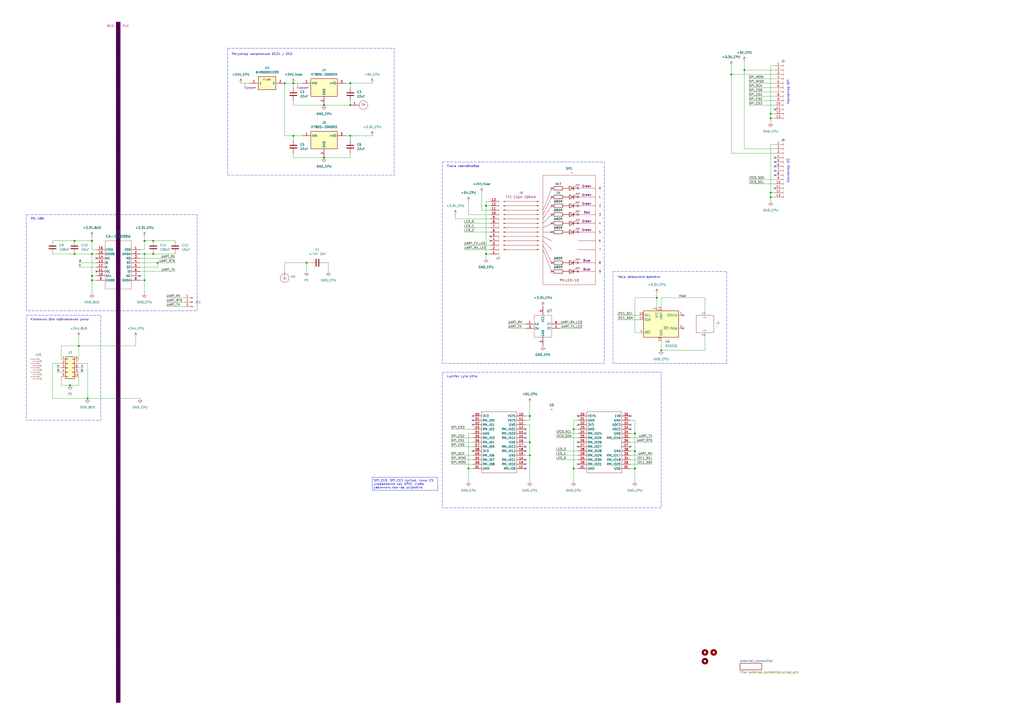
<source format=kicad_sch>
(kicad_sch (version 20250114) (generator "eeschema") (generator_version "9.0")
  (paper "A2")
  (title_block (title "${article} v${version}"))
  (rectangle (start 256.54 215.9) (end 383.54 294.64) (stroke (width 0) (type dash)))
  (rectangle (start 15.24 124.46) (end 114.3 180.34) (stroke (width 0) (type dash)))
  (rectangle (start 67.31 12.7) (end 69.85 407.67) (stroke (width 0) (type dot) (color 72 0 72 1)) (fill (type color) (color 72 0 72 1)))
  (rectangle (start 355.6 157.48) (end 421.64 210.82) (stroke (width 0) (type dash)))
  (rectangle (start 256.54 93.98) (end 350.52 210.82) (stroke (width 0) (type dash)))
  (rectangle (start 15.24 182.88) (end 58.42 243.84) (stroke (width 0) (type dash)))
  (rectangle (start 132.08 27.94) (end 228.6 101.6) (stroke (width 0) (type dash)))
  (text "BUS" (at 66.04 15.24 0) (effects (font (size 1.27 1.27)) (justify right)))
  (text "Клеммник для подключения шины" (at 17.78 185.42 0) (effects (font (size 1.27 1.27)) (justify left)))
  (text "RS-485" (at 17.78 127 0) (effects (font (size 1.27 1.27)) (justify left)))
  (text "Luckfox Lyra Ultra" (at 259.08 218.44 0) (effects (font (size 1.27 1.27)) (justify left)))
  (text "PLC" (at 71.12 15.24 0) (effects (font (size 1.27 1.27)) (justify left)))
  (text "Коннектор SPI" (at 457.2 53.34 90) (effects (font (size 1.27 1.27))))
  (text "Часы реального времени" (at 358.14 160.02 0) (effects (font (size 1.27 1.27)) (justify left top)))
  (text "Коннектор I2C" (at 457.2 99.06 90) (effects (font (size 1.27 1.27))))
  (text "Регулятор напряжения DC24 / DC5" (at 134.366 31.496 0) (effects (font (size 1.27 1.27)) (justify left)))
  (text "Плата светодиодов" (at 259.08 96.52 0) (effects (font (size 1.27 1.27)) (justify left)))
  (text_box "SPI_CE0, SPI_CE1 пустые, пины CS управляются как GPIO, чтобы увеличить кол-во устройств" (at 215.9 276.86 0) (size 38.1 7.62) (margins 0.9525 0.9525 0.9525 0.9525) (effects (font (size 1.27 1.27)) (justify left)))
  (junction (at 447.04 111.76))
  (junction (at 170.18 48.26))
  (junction (at 53.34 160.02))
  (junction (at 83.82 139.7))
  (junction (at 281.94 119.38))
  (junction (at 447.04 66.04))
  (junction (at 43.18 139.7))
  (junction (at 177.8 152.4))
  (junction (at 281.94 147.32))
  (junction (at 368.3 251.46))
  (junction (at 83.82 147.32))
  (junction (at 332.74 271.78))
  (junction (at 368.3 261.62))
  (junction (at 271.78 271.78))
  (junction (at 45.72 200.66))
  (junction (at 83.82 162.56))
  (junction (at 187.96 60.96))
  (junction (at 53.34 139.7))
  (junction (at 307.34 264.16))
  (junction (at 53.34 147.32))
  (junction (at 165.1 48.26))
  (junction (at 50.8 231.14))
  (junction (at 53.34 162.56))
  (junction (at 307.34 256.54))
  (junction (at 431.8 40.64))
  (junction (at 203.2 60.96))
  (junction (at 187.96 91.44))
  (junction (at 368.3 271.78))
  (junction (at 332.74 248.92))
  (junction (at 40.64 223.52))
  (junction (at 91.44 152.4))
  (junction (at 43.18 147.32))
  (junction (at 307.34 241.3))
  (junction (at 88.9 139.7))
  (junction (at 88.9 147.32))
  (junction (at 447.04 114.3))
  (junction (at 383.54 203.2))
  (junction (at 447.04 68.58))
  (junction (at 203.2 48.26))
  (junction (at 381 172.72))
  (junction (at 424.18 43.18))
  (junction (at 170.18 78.74))
  (junction (at 203.2 78.74))
  (no_connect (at 55.88 157.48))
  (no_connect (at 449.58 99.06))
  (no_connect (at 320.04 119.38))
  (no_connect (at 365.76 241.3))
  (no_connect (at 335.28 119.38))
  (no_connect (at 449.58 63.5))
  (no_connect (at 304.8 254))
  (no_connect (at 335.28 109.22))
  (no_connect (at 335.28 124.46))
  (no_connect (at 449.58 101.6))
  (no_connect (at 335.28 259.08))
  (no_connect (at 449.58 91.44))
  (no_connect (at 320.04 157.48))
  (no_connect (at 320.04 152.4))
  (no_connect (at 335.28 129.54))
  (no_connect (at 449.58 93.98))
  (no_connect (at 335.28 269.24))
  (no_connect (at 304.8 269.24))
  (no_connect (at 320.04 129.54))
  (no_connect (at 365.76 246.38))
  (no_connect (at 335.28 134.62))
  (no_connect (at 81.28 160.02))
  (no_connect (at 335.28 114.3))
  (no_connect (at 274.32 241.3))
  (no_connect (at 304.8 248.92))
  (no_connect (at 304.8 259.08))
  (no_connect (at 335.28 256.54))
  (no_connect (at 365.76 248.92))
  (no_connect (at 304.8 266.7))
  (no_connect (at 449.58 109.22))
  (no_connect (at 55.88 149.86))
  (no_connect (at 335.28 152.4))
  (no_connect (at 335.28 157.48))
  (no_connect (at 304.8 261.62))
  (no_connect (at 449.58 96.52))
  (no_connect (at 274.32 243.84))
  (no_connect (at 284.48 137.16))
  (no_connect (at 304.8 251.46))
  (no_connect (at 304.8 271.78))
  (no_connect (at 284.48 139.7))
  (no_connect (at 320.04 124.46))
  (no_connect (at 335.28 241.3))
  (no_connect (at 365.76 259.08))
  (no_connect (at 274.32 246.38))
  (no_connect (at 335.28 246.38))
  (no_connect (at 320.04 114.3))
  (no_connect (at 320.04 134.62))
  (no_connect (at 396.24 190.5))
  (no_connect (at 274.32 261.62))
  (no_connect (at 320.04 109.22))
  (no_connect (at 396.24 182.88))
  (wire (pts (xy 53.34 147.32) (xy 53.34 160.02)))
  (wire (pts (xy 45.72 215.9) (xy 48.26 215.9)))
  (wire (pts (xy 279.4 121.92) (xy 284.48 121.92)))
  (wire (pts (xy 447.04 71.12) (xy 447.04 68.58)))
  (wire (pts (xy 88.9 147.32) (xy 101.6 147.32)))
  (wire (pts (xy 261.62 248.92) (xy 274.32 248.92)))
  (wire (pts (xy 365.76 264.16) (xy 378.46 264.16)))
  (wire (pts (xy 449.58 114.3) (xy 447.04 114.3)))
  (wire (pts (xy 261.62 264.16) (xy 274.32 264.16)))
  (wire (pts (xy 368.3 172.72) (xy 381 172.72)))
  (wire (pts (xy 170.18 78.74) (xy 170.18 81.28)))
  (wire (pts (xy 35.56 208.28) (xy 35.56 200.66)))
  (wire (pts (xy 91.44 152.4) (xy 91.44 154.94)))
  (wire (pts (xy 365.76 254) (xy 378.46 254)))
  (wire (pts (xy 96.52 175.26) (xy 106.68 175.26)))
  (wire (pts (xy 424.18 43.18) (xy 449.58 43.18)))
  (wire (pts (xy 383.54 198.12) (xy 383.54 203.2)))
  (wire (pts (xy 190.5 157.48) (xy 190.5 152.4)))
  (wire (pts (xy 383.54 177.8) (xy 383.54 172.72)))
  (wire (pts (xy 203.2 78.74) (xy 215.9 78.74)))
  (wire (pts (xy 177.8 152.4) (xy 180.34 152.4)))
  (wire (pts (xy 434.34 106.68) (xy 449.58 106.68)))
  (wire (pts (xy 269.24 142.24) (xy 284.48 142.24)))
  (wire (pts (xy 332.74 271.78) (xy 332.74 279.4)))
  (wire (pts (xy 358.14 185.42) (xy 370.84 185.42)))
  (wire (pts (xy 40.64 223.52) (xy 45.72 223.52)))
  (wire (pts (xy 30.48 139.7) (xy 43.18 139.7)))
  (wire (pts (xy 368.3 243.84) (xy 368.3 251.46)))
  (wire (pts (xy 365.76 251.46) (xy 368.3 251.46)))
  (wire (pts (xy 408.94 172.72) (xy 408.94 180.34)))
  (wire (pts (xy 304.8 241.3) (xy 307.34 241.3)))
  (wire (pts (xy 78.74 195.58) (xy 78.74 200.66)))
  (wire (pts (xy 53.34 139.7) (xy 53.34 144.78)))
  (wire (pts (xy 35.56 223.52) (xy 40.64 223.52)))
  (wire (pts (xy 81.28 149.86) (xy 101.6 149.86)))
  (wire (pts (xy 434.34 45.72) (xy 449.58 45.72)))
  (wire (pts (xy 45.72 195.58) (xy 45.72 200.66)))
  (wire (pts (xy 50.8 210.82) (xy 50.8 231.14)))
  (wire (pts (xy 35.56 210.82) (xy 30.48 210.82)))
  (wire (pts (xy 81.28 154.94) (xy 91.44 154.94)))
  (wire (pts (xy 434.34 58.42) (xy 449.58 58.42)))
  (wire (pts (xy 55.88 147.32) (xy 53.34 147.32)))
  (wire (pts (xy 274.32 271.78) (xy 271.78 271.78)))
  (wire (pts (xy 81.28 147.32) (xy 83.82 147.32)))
  (wire (pts (xy 307.34 256.54) (xy 307.34 264.16)))
  (wire (pts (xy 45.72 152.4) (xy 55.88 152.4)))
  (wire (pts (xy 33.02 215.9) (xy 35.56 215.9)))
  (wire (pts (xy 449.58 88.9) (xy 424.18 88.9)))
  (wire (pts (xy 30.48 210.82) (xy 30.48 231.14)))
  (wire (pts (xy 335.28 271.78) (xy 332.74 271.78)))
  (wire (pts (xy 269.24 132.08) (xy 284.48 132.08)))
  (wire (pts (xy 30.48 231.14) (xy 50.8 231.14)))
  (wire (pts (xy 322.58 261.62) (xy 335.28 261.62)))
  (wire (pts (xy 170.18 60.96) (xy 187.96 60.96)))
  (wire (pts (xy 203.2 48.26) (xy 203.2 50.8)))
  (wire (pts (xy 294.64 187.96) (xy 304.8 187.96)))
  (wire (pts (xy 271.78 116.84) (xy 271.78 124.46)))
  (wire (pts (xy 281.94 119.38) (xy 281.94 147.32)))
  (wire (pts (xy 170.18 48.26) (xy 175.26 48.26)))
  (wire (pts (xy 434.34 50.8) (xy 449.58 50.8)))
  (wire (pts (xy 203.2 58.42) (xy 203.2 60.96)))
  (wire (pts (xy 447.04 68.58) (xy 447.04 66.04)))
  (wire (pts (xy 281.94 119.38) (xy 284.48 119.38)))
  (wire (pts (xy 424.18 43.18) (xy 424.18 38.1)))
  (wire (pts (xy 368.3 271.78) (xy 365.76 271.78)))
  (wire (pts (xy 281.94 116.84) (xy 281.94 119.38)))
  (wire (pts (xy 81.28 152.4) (xy 91.44 152.4)))
  (wire (pts (xy 203.2 88.9) (xy 203.2 91.44)))
  (wire (pts (xy 335.28 243.84) (xy 332.74 243.84)))
  (wire (pts (xy 170.18 78.74) (xy 165.1 78.74)))
  (wire (pts (xy 50.8 231.14) (xy 81.28 231.14)))
  (wire (pts (xy 139.7 48.26) (xy 144.78 48.26)))
  (wire (pts (xy 332.74 248.92) (xy 332.74 271.78)))
  (wire (pts (xy 368.3 261.62) (xy 368.3 271.78)))
  (wire (pts (xy 431.8 40.64) (xy 449.58 40.64)))
  (wire (pts (xy 261.62 266.7) (xy 274.32 266.7)))
  (wire (pts (xy 170.18 60.96) (xy 170.18 58.42)))
  (wire (pts (xy 447.04 38.1) (xy 447.04 66.04)))
  (wire (pts (xy 337.82 187.96) (xy 325.12 187.96)))
  (wire (pts (xy 43.18 139.7) (xy 53.34 139.7)))
  (wire (pts (xy 322.58 251.46) (xy 335.28 251.46)))
  (wire (pts (xy 304.8 246.38) (xy 307.34 246.38)))
  (wire (pts (xy 187.96 60.96) (xy 203.2 60.96)))
  (wire (pts (xy 83.82 137.16) (xy 83.82 139.7)))
  (wire (pts (xy 365.76 269.24) (xy 378.46 269.24)))
  (wire (pts (xy 304.8 264.16) (xy 307.34 264.16)))
  (wire (pts (xy 261.62 269.24) (xy 274.32 269.24)))
  (wire (pts (xy 381 170.18) (xy 381 172.72)))
  (wire (pts (xy 368.3 193.04) (xy 370.84 193.04)))
  (wire (pts (xy 383.54 172.72) (xy 408.94 172.72)))
  (wire (pts (xy 381 172.72) (xy 381 177.8)))
  (wire (pts (xy 335.28 248.92) (xy 332.74 248.92)))
  (wire (pts (xy 281.94 147.32) (xy 284.48 147.32)))
  (wire (pts (xy 175.26 78.74) (xy 170.18 78.74)))
  (wire (pts (xy 447.04 114.3) (xy 447.04 116.84)))
  (wire (pts (xy 96.52 172.72) (xy 106.68 172.72)))
  (wire (pts (xy 304.8 256.54) (xy 307.34 256.54)))
  (wire (pts (xy 294.64 190.5) (xy 304.8 190.5)))
  (wire (pts (xy 269.24 144.78) (xy 284.48 144.78)))
  (wire (pts (xy 203.2 48.26) (xy 215.9 48.26)))
  (wire (pts (xy 165.1 152.4) (xy 177.8 152.4)))
  (wire (pts (xy 449.58 86.36) (xy 431.8 86.36)))
  (wire (pts (xy 322.58 254) (xy 335.28 254)))
  (wire (pts (xy 449.58 111.76) (xy 447.04 111.76)))
  (wire (pts (xy 33.02 213.36) (xy 35.56 213.36)))
  (wire (pts (xy 261.62 254) (xy 274.32 254)))
  (wire (pts (xy 271.78 124.46) (xy 284.48 124.46)))
  (wire (pts (xy 434.34 48.26) (xy 449.58 48.26)))
  (wire (pts (xy 279.4 111.76) (xy 279.4 121.92)))
  (wire (pts (xy 53.34 160.02) (xy 55.88 160.02)))
  (wire (pts (xy 365.76 266.7) (xy 378.46 266.7)))
  (wire (pts (xy 170.18 91.44) (xy 187.96 91.44)))
  (wire (pts (xy 307.34 246.38) (xy 307.34 256.54)))
  (wire (pts (xy 91.44 152.4) (xy 101.6 152.4)))
  (wire (pts (xy 434.34 55.88) (xy 449.58 55.88)))
  (wire (pts (xy 271.78 251.46) (xy 271.78 271.78)))
  (wire (pts (xy 365.76 256.54) (xy 378.46 256.54)))
  (wire (pts (xy 332.74 243.84) (xy 332.74 248.92)))
  (wire (pts (xy 45.72 154.94) (xy 55.88 154.94)))
  (wire (pts (xy 269.24 129.54) (xy 284.48 129.54)))
  (wire (pts (xy 424.18 88.9) (xy 424.18 43.18)))
  (wire (pts (xy 274.32 251.46) (xy 271.78 251.46)))
  (wire (pts (xy 83.82 147.32) (xy 83.82 162.56)))
  (wire (pts (xy 190.5 152.4) (xy 187.96 152.4)))
  (wire (pts (xy 337.82 190.5) (xy 325.12 190.5)))
  (wire (pts (xy 447.04 83.82) (xy 447.04 111.76)))
  (wire (pts (xy 30.48 147.32) (xy 43.18 147.32)))
  (wire (pts (xy 35.56 200.66) (xy 45.72 200.66)))
  (wire (pts (xy 269.24 134.62) (xy 284.48 134.62)))
  (wire (pts (xy 264.16 127) (xy 284.48 127)))
  (wire (pts (xy 304.8 243.84) (xy 307.34 243.84)))
  (wire (pts (xy 365.76 261.62) (xy 368.3 261.62)))
  (wire (pts (xy 261.62 259.08) (xy 274.32 259.08)))
  (wire (pts (xy 83.82 162.56) (xy 83.82 170.18)))
  (wire (pts (xy 177.8 152.4) (xy 177.8 157.48)))
  (wire (pts (xy 271.78 271.78) (xy 271.78 279.4)))
  (wire (pts (xy 170.18 48.26) (xy 170.18 50.8)))
  (wire (pts (xy 83.82 144.78) (xy 83.82 139.7)))
  (wire (pts (xy 383.54 203.2) (xy 408.94 203.2)))
  (wire (pts (xy 431.8 86.36) (xy 431.8 40.64)))
  (wire (pts (xy 368.3 172.72) (xy 368.3 193.04)))
  (wire (pts (xy 447.04 111.76) (xy 447.04 114.3)))
  (wire (pts (xy 307.34 241.3) (xy 307.34 233.68)))
  (wire (pts (xy 434.34 60.96) (xy 449.58 60.96)))
  (wire (pts (xy 261.62 256.54) (xy 274.32 256.54)))
  (wire (pts (xy 307.34 264.16) (xy 307.34 279.4)))
  (wire (pts (xy 83.82 144.78) (xy 81.28 144.78)))
  (wire (pts (xy 53.34 144.78) (xy 55.88 144.78)))
  (wire (pts (xy 200.66 78.74) (xy 203.2 78.74)))
  (wire (pts (xy 53.34 137.16) (xy 53.34 139.7)))
  (wire (pts (xy 408.94 203.2) (xy 408.94 195.58)))
  (wire (pts (xy 165.1 78.74) (xy 165.1 48.26)))
  (wire (pts (xy 368.3 251.46) (xy 368.3 261.62)))
  (wire (pts (xy 281.94 147.32) (xy 281.94 149.86)))
  (wire (pts (xy 45.72 210.82) (xy 50.8 210.82)))
  (wire (pts (xy 434.34 104.14) (xy 449.58 104.14)))
  (wire (pts (xy 203.2 91.44) (xy 187.96 91.44)))
  (wire (pts (xy 165.1 48.26) (xy 170.18 48.26)))
  (wire (pts (xy 449.58 83.82) (xy 447.04 83.82)))
  (wire (pts (xy 83.82 162.56) (xy 81.28 162.56)))
  (wire (pts (xy 83.82 139.7) (xy 88.9 139.7)))
  (wire (pts (xy 307.34 243.84) (xy 307.34 241.3)))
  (wire (pts (xy 322.58 266.7) (xy 335.28 266.7)))
  (wire (pts (xy 88.9 139.7) (xy 101.6 139.7)))
  (wire (pts (xy 45.72 213.36) (xy 48.26 213.36)))
  (wire (pts (xy 96.52 177.8) (xy 106.68 177.8)))
  (wire (pts (xy 45.72 208.28) (xy 45.72 200.66)))
  (wire (pts (xy 81.28 157.48) (xy 101.6 157.48)))
  (wire (pts (xy 449.58 66.04) (xy 447.04 66.04)))
  (wire (pts (xy 35.56 218.44) (xy 35.56 223.52)))
  (wire (pts (xy 203.2 78.74) (xy 203.2 81.28)))
  (wire (pts (xy 53.34 160.02) (xy 53.34 162.56)))
  (wire (pts (xy 53.34 162.56) (xy 55.88 162.56)))
  (wire (pts (xy 449.58 38.1) (xy 447.04 38.1)))
  (wire (pts (xy 78.74 200.66) (xy 45.72 200.66)))
  (wire (pts (xy 45.72 223.52) (xy 45.72 218.44)))
  (wire (pts (xy 358.14 182.88) (xy 370.84 182.88)))
  (wire (pts (xy 365.76 243.84) (xy 368.3 243.84)))
  (wire (pts (xy 170.18 88.9) (xy 170.18 91.44)))
  (wire (pts (xy 43.18 147.32) (xy 53.34 147.32)))
  (wire (pts (xy 368.3 279.4) (xy 368.3 271.78)))
  (wire (pts (xy 431.8 35.56) (xy 431.8 40.64)))
  (wire (pts (xy 264.16 127) (xy 264.16 124.46)))
  (wire (pts (xy 83.82 147.32) (xy 88.9 147.32)))
  (wire (pts (xy 165.1 157.48) (xy 165.1 152.4)))
  (wire (pts (xy 434.34 53.34) (xy 449.58 53.34)))
  (wire (pts (xy 322.58 264.16) (xy 335.28 264.16)))
  (wire (pts (xy 53.34 162.56) (xy 53.34 170.18)))
  (wire (pts (xy 200.66 48.26) (xy 203.2 48.26)))
  (wire (pts (xy 447.04 68.58) (xy 449.58 68.58)))
  (wire (pts (xy 284.48 116.84) (xy 281.94 116.84)))
  (label "UART_RTS" (at 378.46 256.54 180))
  (label "SPI_MOSI" (at 261.62 269.24 0))
  (label "UART_RTS" (at 96.52 175.26 0))
  (label "Vbat" (at 393.7 172.72 0))
  (label "SPI_CS2" (at 434.34 58.42 0))
  (label "UART_RX_LED" (at 269.24 144.78 0))
  (label "I2C0_SDA" (at 434.34 104.14 0))
  (label "SPI_CS0" (at 434.34 53.34 0))
  (label "UART_TX_LED" (at 269.24 142.24 0))
  (label "LED_1" (at 269.24 132.08 0))
  (label "UART_RX" (at 294.64 187.96 0))
  (label "I2C0_SCL" (at 434.34 106.68 0))
  (label "UART_RTS" (at 101.6 152.4 180))
  (label "SPI_CS3" (at 261.62 248.92 0))
  (label "LED_2" (at 269.24 134.62 0))
  (label "I2C0_SDA" (at 322.58 254 0))
  (label "A" (at 33.02 213.36 0))
  (label "SPI_CS1" (at 434.34 55.88 0))
  (label "A" (at 48.26 213.36 180))
  (label "I2C1_SDA" (at 358.14 185.42 0))
  (label "SPI_CS1" (at 261.62 256.54 0))
  (label "UART_TX_LED" (at 337.82 190.5 180))
  (label "UART_TX" (at 294.64 190.5 0))
  (label "UART_RX" (at 378.46 264.16 180))
  (label "UART_RX_LED" (at 337.82 187.96 180))
  (label "UART_RX" (at 96.52 172.72 0))
  (label "I2C1_SDA" (at 378.46 269.24 180))
  (label "LED_2" (at 322.58 261.62 0))
  (label "B" (at 33.02 215.9 0))
  (label "LED_0" (at 322.58 266.7 0))
  (label "LED_1" (at 322.58 264.16 0))
  (label "UART_TX" (at 378.46 254 180))
  (label "LED_0" (at 269.24 129.54 0))
  (label "SPI_MOSI" (at 434.34 45.72 0))
  (label "UART_TX" (at 101.6 157.48 180))
  (label "B" (at 45.72 152.4 0))
  (label "B" (at 48.26 215.9 180))
  (label "UART_RX" (at 101.6 149.86 180))
  (label "SPI_MISO" (at 434.34 48.26 0))
  (label "SPI_SCK" (at 261.62 264.16 0))
  (label "I2C0_SCL" (at 322.58 251.46 0))
  (label "SPI_CS0" (at 261.62 259.08 0))
  (label "SPI_MISO" (at 261.62 266.7 0))
  (label "UART_TX" (at 96.52 177.8 0))
  (label "SPI_CS2" (at 261.62 254 0))
  (label "A" (at 45.72 154.94 0))
  (label "I2C1_SCL" (at 378.46 266.7 180))
  (label "SPI_SCK" (at 434.34 50.8 0))
  (label "SPI_CS3" (at 434.34 60.96 0))
  (label "I2C1_SCL" (at 358.14 182.88 0))
  (netclass_flag "" (length 2.54) (shape round) (at 172.72 48.26 180) (property "Netclass" "power" (at 173.4185 50.8 0) (effects (font (italic yes)) (justify left))))
  (netclass_flag "" (length 2.54) (shape round) (at 142.24 48.26 180) (property "Netclass" "power" (at 142.9385 50.8 0) (effects (font (italic yes)) (justify left))))
  (symbol (lib_id "kicad_inventree_lib:15EDGKNH-3.5-10P") (at 22.86 213.36 0) (unit 1) (on_board no)
    (property "Reference" "J10" (at 20.32 205.74 0) (effects (justify left)))
    (property "Value" "15EDGKNH-3.5-10P" (effects (hide yes)))
    (property "Datasheet" "http://inventree.network/part/257/" (effects (hide yes)))
    (property "Description" "Generic connector, single row, 01x05, script generated" (effects (hide yes)))
    (property "part_ipn" "15EDGKNH-3.5-10P" (effects (hide yes)))
  )
  (symbol (lib_id "power:GND") (at 187.96 60.96 0) (unit 1)
    (property "Reference" "#PWR04" (effects (hide yes)))
    (property "Value" "GND_CPU" (at 187.96 66.04 0))
    (property "Description" "Power symbol creates a global label with name \"GND\" , ground" (effects (hide yes)))
  )
  (symbol (lib_id "kicad_inventree_lib:R_680R_0603_1%") (at 323.85 129.54 90) (unit 1) (on_board no)
    (property "Reference" "R5" (effects (hide yes)))
    (property "Value" "680R" (at 323.85 127 90))
    (property "Footprint" "Resistor_SMD:R_0603_1608Metric" (effects (hide yes)))
    (property "Datasheet" "http://inventree.network/part/281/" (effects (hide yes)))
    (property "Description" "Resistor" (effects (hide yes)))
    (property "part_ipn" "R_680R_0603_1%" (effects (hide yes)))
  )
  (symbol (lib_id "power:GND") (at 40.64 223.52 0) (mirror y) (unit 1)
    (property "Reference" "#PWR023" (effects (hide yes)))
    (property "Value" "PE" (at 40.64 228.6 0))
    (property "Description" "Power symbol creates a global label with name \"GND\" , ground" (effects (hide yes)))
  )
  (symbol (lib_id "kicad_inventree_lib:R_680R_0603_1%") (at 323.85 157.48 90) (unit 1) (on_board no)
    (property "Reference" "R8" (effects (hide yes)))
    (property "Value" "680R" (at 323.85 154.94 90))
    (property "Footprint" "Resistor_SMD:R_0603_1608Metric" (effects (hide yes)))
    (property "Datasheet" "http://inventree.network/part/281/" (effects (hide yes)))
    (property "Description" "Resistor" (effects (hide yes)))
    (property "part_ipn" "R_680R_0603_1%" (effects (hide yes)))
  )
  (symbol (lib_id "kicad_inventree_lib:MountingHole_M3") (at 408.94 383.54 0) (unit 1) (exclude_from_sim yes) (in_bom no)
    (property "Reference" "H2" (effects (hide yes)))
    (property "Value" "MountingHole_M3" (effects (hide yes)))
    (property "Footprint" "kicad_inventree_lib:MountingHole_M3" (effects (hide yes)))
    (property "Description" "Mounting Hole without connection" (effects (hide yes)))
  )
  (symbol (lib_id "kicad_inventree_lib:XL-1606SYGC") (at 331.47 109.22 180) (unit 1) (on_board no)
    (property "Reference" "D2" (effects (hide yes)))
    (property "Value" "XL-1606SYGC" (effects (hide yes)))
    (property "Footprint" "kicad_inventree_lib:XL-1606" (effects (hide yes)))
    (property "Datasheet" "http://inventree.network/part/278/" (effects (hide yes)))
    (property "Description" "Green" (at 340.36 107.95 0))
    (property "part_ipn" "XL-1606SYGC" (effects (hide yes)))
  )
  (symbol (lib_id "power:+3.3V") (at 314.96 177.8 0) (unit 1)
    (property "Reference" "#PWR037" (effects (hide yes)))
    (property "Value" "+3.3V_CPU" (at 314.96 172.72 0))
    (property "Description" "Power symbol creates a global label with name \"+3.3V\"" (effects (hide yes)))
  )
  (symbol (lib_id "power:+5V") (at 215.9 48.26 0) (unit 1)
    (property "Reference" "#PWR03" (effects (hide yes)))
    (property "Value" "+5V_CPU" (at 215.9 43.18 0))
    (property "Description" "Power symbol creates a global label with name \"+5V\"" (effects (hide yes)))
  )
  (symbol (lib_id "power:GND") (at 271.78 279.4 0) (unit 1)
    (property "Reference" "#PWR044" (effects (hide yes)))
    (property "Value" "GND_CPU" (at 271.78 284.48 0))
    (property "Description" "Power symbol creates a global label with name \"GND\" , ground" (effects (hide yes)))
  )
  (symbol (lib_id "kicad_inventree_lib:XL-1606SYGC") (at 331.47 114.3 180) (unit 1) (on_board no)
    (property "Reference" "D3" (effects (hide yes)))
    (property "Value" "XL-1606SYGC" (effects (hide yes)))
    (property "Footprint" "kicad_inventree_lib:XL-1606" (effects (hide yes)))
    (property "Datasheet" "http://inventree.network/part/278/" (effects (hide yes)))
    (property "Description" "Green" (at 340.36 113.03 0))
    (property "part_ipn" "XL-1606SYGC" (effects (hide yes)))
  )
  (symbol (lib_id "power:+5V") (at 78.74 195.58 0) (mirror y) (unit 1)
    (property "Reference" "#PWR025" (effects (hide yes)))
    (property "Value" "+24V_CPU" (at 78.74 190.5 0))
    (property "Description" "Power symbol creates a global label with name \"+5V\"" (effects (hide yes)))
  )
  (symbol (lib_id "power:GND") (at 281.94 149.86 0) (unit 1)
    (property "Reference" "#PWR032" (effects (hide yes)))
    (property "Value" "GND_CPU" (at 281.94 154.94 0))
    (property "Description" "Power symbol creates a global label with name \"GND\" , ground" (effects (hide yes)))
  )
  (symbol (lib_id "power:GND") (at 383.54 203.2 0) (unit 1)
    (property "Reference" "#PWR034" (effects (hide yes)))
    (property "Value" "GND_CPU" (at 383.54 208.28 0))
    (property "Description" "Power symbol creates a global label with name \"GND\" , ground" (effects (hide yes)))
  )
  (symbol (lib_id "kicad_inventree_lib:R_680R_0603_1%") (at 323.85 152.4 90) (unit 1) (on_board no)
    (property "Reference" "R7" (effects (hide yes)))
    (property "Value" "680R" (at 323.85 149.86 90))
    (property "Footprint" "Resistor_SMD:R_0603_1608Metric" (effects (hide yes)))
    (property "Datasheet" "http://inventree.network/part/281/" (effects (hide yes)))
    (property "Description" "Resistor" (effects (hide yes)))
    (property "part_ipn" "R_680R_0603_1%" (effects (hide yes)))
  )
  (symbol (lib_id "power:GND") (at 332.74 279.4 0) (unit 1)
    (property "Reference" "#PWR042" (effects (hide yes)))
    (property "Value" "GND_CPU" (at 332.74 284.48 0))
    (property "Description" "Power symbol creates a global label with name \"GND\" , ground" (effects (hide yes)))
  )
  (symbol (lib_id "kicad_inventree_lib:XL-1606SYGC") (at 331.47 129.54 180) (unit 1) (on_board no)
    (property "Reference" "D6" (effects (hide yes)))
    (property "Value" "XL-1606SYGC" (effects (hide yes)))
    (property "Footprint" "kicad_inventree_lib:XL-1606" (effects (hide yes)))
    (property "Datasheet" "http://inventree.network/part/278/" (effects (hide yes)))
    (property "Description" "Green" (at 340.36 128.27 0))
    (property "part_ipn" "XL-1606SYGC" (effects (hide yes)))
  )
  (symbol (lib_id "kicad_inventree_lib:BS-12-A1AJ002-F") (at 408.94 182.88 0) (unit 1)
    (property "Reference" "J1" (at 415.29 187.3249 0) (effects (justify left)))
    (property "Value" "~" (at 415.29 189.23 0) (effects (justify left)))
    (property "Footprint" "kicad_inventree_lib:BS-12-A1AJ002-F" (effects (hide yes)))
    (property "Datasheet" "http://inventree.network/part/215/" (effects (hide yes)))
    (property "part_ipn" "BS-12-A1AJ002-F" (effects (hide yes)))
  )
  (symbol (lib_id "kicad_inventree_lib:XL-1606SYGC") (at 331.47 134.62 180) (unit 1) (on_board no)
    (property "Reference" "D7" (effects (hide yes)))
    (property "Value" "XL-1606SYGC" (effects (hide yes)))
    (property "Footprint" "kicad_inventree_lib:XL-1606" (effects (hide yes)))
    (property "Datasheet" "http://inventree.network/part/278/" (effects (hide yes)))
    (property "Description" "Green" (at 340.36 133.35 0))
    (property "part_ipn" "XL-1606SYGC" (effects (hide yes)))
  )
  (symbol (lib_id "kicad_inventree_lib:C_22uF_50V_2220_MLCC-X7R") (at 203.2 54.61 0) (unit 1)
    (property "Reference" "C3" (at 207.01 53.3399 0) (effects (justify left)))
    (property "Value" "22uF" (at 207.01 55.8799 0) (effects (justify left)))
    (property "Footprint" "Capacitor_SMD:C_2220_5750Metric" (effects (hide yes)))
    (property "Datasheet" "http://inventree.network/part/99/" (effects (hide yes)))
    (property "Description" "Unpolarized capacitor" (effects (hide yes)))
    (property "part_ipn" "C_22uF_50V_2220_MLCC-X7R" (effects (hide yes)))
  )
  (symbol (lib_id "power:GND") (at 368.3 279.4 0) (unit 1)
    (property "Reference" "#PWR043" (effects (hide yes)))
    (property "Value" "GND_CPU" (at 368.3 284.48 0))
    (property "Description" "Power symbol creates a global label with name \"GND\" , ground" (effects (hide yes)))
  )
  (symbol (lib_id "power:+5V") (at 431.8 35.56 0) (unit 1)
    (property "Reference" "#PWR028" (effects (hide yes)))
    (property "Value" "+5V_CPU" (at 431.8 30.48 0))
    (property "Description" "Power symbol creates a global label with name \"+5V\"" (effects (hide yes)))
  )
  (symbol (lib_id "kicad_inventree_lib:XL-1606UBC") (at 331.47 157.48 180) (unit 1) (on_board no)
    (property "Reference" "D9" (effects (hide yes)))
    (property "Value" "XL-1606UBC" (effects (hide yes)))
    (property "Footprint" "kicad_inventree_lib:XL-1606" (effects (hide yes)))
    (property "Datasheet" "http://inventree.network/part/277/" (effects (hide yes)))
    (property "Description" "Blue" (at 340.36 156.21 0))
    (property "part_ipn" "XL-1606UBC" (effects (hide yes)))
  )
  (symbol (lib_id "kicad_inventree_lib:AFA07-S12FCC-00") (at 454.66 93.98 0) (unit 1)
    (property "Reference" "J8" (at 454.025 81.28 0))
    (property "Value" "AFA07-S10FCC-00" (effects (hide yes)))
    (property "Footprint" "kicad_inventree_lib:CONN10_AFA07-S12_JUS" (effects (hide yes)))
    (property "Datasheet" "http://inventree.network/part/170/" (effects (hide yes)))
    (property "Description" "Generic connector, single row, 01x10, script generated" (effects (hide yes)))
    (property "part_ipn" "AFA07-S12FCC-00" (effects (hide yes)))
  )
  (symbol (lib_id "kicad_inventree_lib:R_680R_0603_1%") (at 323.85 124.46 90) (unit 1) (on_board no)
    (property "Reference" "R4" (effects (hide yes)))
    (property "Value" "680R" (at 323.85 121.92 90))
    (property "Footprint" "Resistor_SMD:R_0603_1608Metric" (effects (hide yes)))
    (property "Datasheet" "http://inventree.network/part/281/" (effects (hide yes)))
    (property "Description" "Resistor" (effects (hide yes)))
    (property "part_ipn" "R_680R_0603_1%" (effects (hide yes)))
  )
  (symbol (lib_id "kicad_inventree_lib:R_1k_0603_1%") (at 323.85 114.3 90) (unit 1) (on_board no)
    (property "Reference" "R1" (effects (hide yes)))
    (property "Value" "1k" (at 323.85 111.76 90))
    (property "Footprint" "Resistor_SMD:R_0603_1608Metric" (effects (hide yes)))
    (property "Datasheet" "http://inventree.network/part/280/" (effects (hide yes)))
    (property "Description" "Resistor" (effects (hide yes)))
    (property "part_ipn" "R_1k_0603_1%" (effects (hide yes)))
  )
  (symbol (lib_id "kicad_inventree_lib:XL-1606SURC") (at 331.47 124.46 180) (unit 1) (on_board no)
    (property "Reference" "D5" (effects (hide yes)))
    (property "Value" "XL-1606SURC" (effects (hide yes)))
    (property "Footprint" "kicad_inventree_lib:XL-1606" (effects (hide yes)))
    (property "Datasheet" "http://inventree.network/part/279/" (effects (hide yes)))
    (property "Description" "Red" (at 340.36 123.19 0))
    (property "part_ipn" "XL-1606SURC" (effects (hide yes)))
  )
  (symbol (lib_id "power:+5V") (at 139.7 48.26 0) (unit 1)
    (property "Reference" "#PWR010" (effects (hide yes)))
    (property "Value" "+24V_CPU" (at 139.7 43.18 0))
    (property "Description" "Power symbol creates a global label with name \"+5V\"" (effects (hide yes)))
  )
  (symbol (lib_id "kicad_inventree_lib:PE") (at 165.1 157.48 0) (unit 1) (in_bom no)
    (property "Reference" "PE1" (effects (hide yes)))
    (property "Value" "PE" (at 168.91 160.6549 0) (effects (justify left)))
    (property "Footprint" "kicad_inventree_lib:PE" (effects (hide yes)))
    (property "Description" "Power symbol creates a global label with name \"Earth_Protective\"" (effects (hide yes)))
  )
  (symbol (lib_id "kicad_inventree_lib:C_22uF_50V_2220_MLCC-X7R") (at 170.18 85.09 0) (unit 1)
    (property "Reference" "C5" (at 173.99 83.8199 0) (effects (justify left)))
    (property "Value" "22uF" (at 173.99 86.3599 0) (effects (justify left)))
    (property "Footprint" "Capacitor_SMD:C_2220_5750Metric" (effects (hide yes)))
    (property "Datasheet" "http://inventree.network/part/99/" (effects (hide yes)))
    (property "Description" "Unpolarized capacitor" (effects (hide yes)))
    (property "part_ipn" "C_22uF_50V_2220_MLCC-X7R" (effects (hide yes)))
  )
  (symbol (lib_id "power:+5V") (at 279.4 111.76 0) (unit 1)
    (property "Reference" "#PWR015" (effects (hide yes)))
    (property "Value" "+24V_fuse" (at 279.4 106.68 0))
    (property "Description" "Power symbol creates a global label with name \"+5V\"" (effects (hide yes)))
  )
  (symbol (lib_id "power:+3.3V") (at 381 170.18 0) (unit 1)
    (property "Reference" "#PWR033" (effects (hide yes)))
    (property "Value" "+3.3V_CPU" (at 381 165.1 0))
    (property "Description" "Power symbol creates a global label with name \"+3.3V\"" (effects (hide yes)))
  )
  (symbol (lib_id "power:+5V") (at 271.78 116.84 0) (unit 1)
    (property "Reference" "#PWR013" (effects (hide yes)))
    (property "Value" "+5V_CPU" (at 271.78 111.76 0))
    (property "Description" "Power symbol creates a global label with name \"+5V\"" (effects (hide yes)))
  )
  (symbol (lib_id "power:+3.3V") (at 264.16 124.46 0) (unit 1)
    (property "Reference" "#PWR022" (effects (hide yes)))
    (property "Value" "+3.3V_CPU" (at 264.16 119.38 0))
    (property "Description" "Power symbol creates a global label with name \"+3.3V\"" (effects (hide yes)))
  )
  (symbol (lib_id "kicad_inventree_lib:C_22uF_50V_2220_MLCC-X7R") (at 203.2 85.09 0) (unit 1)
    (property "Reference" "C6" (at 207.01 83.8199 0) (effects (justify left)))
    (property "Value" "22uF" (at 207.01 86.3599 0) (effects (justify left)))
    (property "Footprint" "Capacitor_SMD:C_2220_5750Metric" (effects (hide yes)))
    (property "Datasheet" "http://inventree.network/part/99/" (effects (hide yes)))
    (property "Description" "Unpolarized capacitor" (effects (hide yes)))
    (property "part_ipn" "C_22uF_50V_2220_MLCC-X7R" (effects (hide yes)))
  )
  (symbol (lib_id "power:+5V") (at 170.18 48.26 0) (unit 1)
    (property "Reference" "#PWR040" (effects (hide yes)))
    (property "Value" "+24V_fuse" (at 170.18 43.18 0))
    (property "Description" "Power symbol creates a global label with name \"+5V\"" (effects (hide yes)))
  )
  (symbol (lib_id "kicad_inventree_lib:R_680R_0603_1%") (at 323.85 119.38 90) (unit 1) (on_board no)
    (property "Reference" "R3" (effects (hide yes)))
    (property "Value" "680R" (at 323.85 116.84 90))
    (property "Footprint" "Resistor_SMD:R_0603_1608Metric" (effects (hide yes)))
    (property "Datasheet" "http://inventree.network/part/281/" (effects (hide yes)))
    (property "Description" "Resistor" (effects (hide yes)))
    (property "part_ipn" "R_680R_0603_1%" (effects (hide yes)))
  )
  (symbol (lib_id "kicad_inventree_lib:LuckfoxLyraUltra") (at 320.04 281.94 0) (unit 1)
    (property "Reference" "U5" (at 320.04 234.95 0))
    (property "Value" "~" (at 320.04 237.49 0))
    (property "Footprint" "kicad_inventree_lib:LuckfoxLyraUltra" (effects (hide yes)))
  )
  (symbol (lib_id "kicad_inventree_lib:XL-1606UBC") (at 331.47 152.4 180) (unit 1) (on_board no)
    (property "Reference" "D8" (effects (hide yes)))
    (property "Value" "XL-1606UBC" (effects (hide yes)))
    (property "Footprint" "kicad_inventree_lib:XL-1606" (effects (hide yes)))
    (property "Datasheet" "http://inventree.network/part/277/" (effects (hide yes)))
    (property "Description" "Blue" (at 340.36 151.13 0))
    (property "part_ipn" "XL-1606UBC" (effects (hide yes)))
  )
  (symbol (lib_id "kicad_inventree_lib:C_10uF_16V_0805_MLCC-X7R") (at 43.18 143.51 0) (unit 1)
    (property "Reference" "C10" (at 46.99 142.2399 0) (effects (justify left)))
    (property "Value" "10uF" (at 46.99 144.7799 0) (effects (justify left)))
    (property "Footprint" "Capacitor_SMD:C_0805_2012Metric" (effects (hide yes)))
    (property "Datasheet" "http://inventree.network/part/271/" (effects (hide yes)))
    (property "Description" "Unpolarized capacitor" (effects (hide yes)))
    (property "part_ipn" "C_10uF_16V_0805_MLCC-X7R" (effects (hide yes)))
  )
  (symbol (lib_id "power:+3.3V") (at 53.34 137.16 0) (unit 1)
    (property "Reference" "#PWR02" (effects (hide yes)))
    (property "Value" "+3.3V_BUS" (at 53.34 132.08 0))
    (property "Description" "Power symbol creates a global label with name \"+3.3V\"" (effects (hide yes)))
  )
  (symbol (lib_id "kicad_inventree_lib:C_22uF_50V_2220_MLCC-X7R") (at 170.18 54.61 0) (unit 1)
    (property "Reference" "C2" (at 173.99 53.3399 0) (effects (justify left)))
    (property "Value" "22uF" (at 173.99 55.8799 0) (effects (justify left)))
    (property "Footprint" "Capacitor_SMD:C_2220_5750Metric" (effects (hide yes)))
    (property "Datasheet" "http://inventree.network/part/99/" (effects (hide yes)))
    (property "Description" "Unpolarized capacitor" (effects (hide yes)))
    (property "part_ipn" "C_22uF_50V_2220_MLCC-X7R" (effects (hide yes)))
  )
  (symbol (lib_id "kicad_inventree_lib:C_4.7nF_2kV_1812_MLCC-X7R") (at 184.15 152.4 90) (unit 1)
    (property "Reference" "C1" (at 184.15 144.78 90))
    (property "Value" "4.7nF 2kV" (at 184.15 147.32 90))
    (property "Footprint" "Capacitor_SMD:C_1812_4532Metric" (effects (hide yes)))
    (property "Datasheet" "http://inventree.network/part/112/" (effects (hide yes)))
    (property "Description" "Unpolarized capacitor" (effects (hide yes)))
    (property "part_ipn" "C_4.7nF_2kV_1812_MLCC-X7R" (effects (hide yes)))
  )
  (symbol (lib_id "power:GND") (at 314.96 200.66 0) (unit 1)
    (property "Reference" "#PWR038" (effects (hide yes)))
    (property "Value" "GND_CPU" (at 314.96 205.74 0))
    (property "Description" "Power symbol creates a global label with name \"GND\" , ground" (effects (hide yes)))
  )
  (symbol (lib_id "power:+5V") (at 307.34 233.68 0) (unit 1)
    (property "Reference" "#PWR020" (effects (hide yes)))
    (property "Value" "+5V_CPU" (at 307.34 228.6 0))
    (property "Description" "Power symbol creates a global label with name \"+5V\"" (effects (hide yes)))
  )
  (symbol (lib_id "kicad_inventree_lib:15EDGRHC-THR-3.5-10P") (at 40.64 215.9 0) (unit 1)
    (property "Reference" "J3" (at 40.64 204.47 0))
    (property "Value" "15EDGRHC-THR-3.5-10P" (effects (hide yes)))
    (property "Footprint" "kicad_inventree_lib:15EDGRHC-THR-3.5-10P" (effects (hide yes)))
    (property "Datasheet" "http://inventree.network/part/232/" (effects (hide yes)))
    (property "Description" "Generic connector, double row, 02x05, odd/even pin numbering scheme (row 1 odd numbers, row 2 even numbers), script generated (kicad-library-utils/schlib/autogen/connector/)" (effects (hide yes)))
    (property "part_ipn" "15EDGRHC-THR-3.5-10P" (effects (hide yes)))
  )
  (symbol (lib_id "kicad_inventree_lib:R_4k7_0603_1%") (at 323.85 109.22 90) (unit 1) (on_board no)
    (property "Reference" "R2" (effects (hide yes)))
    (property "Value" "4k7" (at 323.85 106.68 90))
    (property "Footprint" "Resistor_SMD:R_0603_1608Metric" (effects (hide yes)))
    (property "Datasheet" "http://inventree.network/part/262/" (effects (hide yes)))
    (property "Description" "Resistor" (effects (hide yes)))
    (property "part_ipn" "R_4k7_0603_1%" (effects (hide yes)))
  )
  (symbol (lib_id "kicad_inventree_lib:K7803-2000R3") (at 187.96 76.2 0) (unit 1)
    (property "Reference" "J5" (at 187.96 71.12 0))
    (property "Value" "K7803-2000R3" (at 187.96 73.66 0))
    (property "Footprint" "kicad_inventree_lib:K7805-2000R3" (effects (hide yes)))
    (property "Datasheet" "http://inventree.network/part/118/" (effects (hide yes)))
    (property "Description" "K7803-2000R3" (effects (hide yes)))
    (property "part_ipn" "K7803-2000R3" (effects (hide yes)))
  )
  (symbol (lib_id "power:GND") (at 50.8 231.14 0) (mirror y) (unit 1)
    (property "Reference" "#PWR027" (effects (hide yes)))
    (property "Value" "GND_BUS" (at 50.8 236.22 0))
    (property "Description" "Power symbol creates a global label with name \"GND\" , ground" (effects (hide yes)))
  )
  (symbol (lib_id "power:GND") (at 53.34 170.18 0) (unit 1)
    (property "Reference" "#PWR06" (effects (hide yes)))
    (property "Value" "GND_BUS" (at 53.34 175.26 0))
    (property "Description" "Power symbol creates a global label with name \"GND\" , ground" (effects (hide yes)))
  )
  (symbol (lib_id "power:+3.3V") (at 215.9 78.74 0) (unit 1)
    (property "Reference" "#PWR018" (effects (hide yes)))
    (property "Value" "+3.3V_CPU" (at 215.9 73.66 0))
    (property "Description" "Power symbol creates a global label with name \"+3.3V\"" (effects (hide yes)))
  )
  (symbol (lib_id "kicad_inventree_lib:R_680R_0603_1%") (at 323.85 134.62 90) (unit 1) (on_board no)
    (property "Reference" "R6" (effects (hide yes)))
    (property "Value" "680R" (at 323.85 132.08 90))
    (property "Footprint" "Resistor_SMD:R_0603_1608Metric" (effects (hide yes)))
    (property "Datasheet" "http://inventree.network/part/281/" (effects (hide yes)))
    (property "Description" "Resistor" (effects (hide yes)))
    (property "part_ipn" "R_680R_0603_1%" (effects (hide yes)))
  )
  (symbol (lib_id "power:+3.3V") (at 424.18 38.1 0) (unit 1)
    (property "Reference" "#PWR01" (effects (hide yes)))
    (property "Value" "+3.3V_CPU" (at 424.18 33.02 0))
    (property "Description" "Power symbol creates a global label with name \"+3.3V\"" (effects (hide yes)))
  )
  (symbol (lib_id "kicad_inventree_lib:AFA07-S12FCC-00") (at 454.66 48.26 0) (unit 1)
    (property "Reference" "J9" (at 454.025 35.56 0))
    (property "Value" "AFA07-S10FCC-00" (effects (hide yes)))
    (property "Footprint" "kicad_inventree_lib:CONN10_AFA07-S12_JUS" (effects (hide yes)))
    (property "Datasheet" "http://inventree.network/part/170/" (effects (hide yes)))
    (property "Description" "Generic connector, single row, 01x10, script generated" (effects (hide yes)))
    (property "part_ipn" "AFA07-S12FCC-00" (effects (hide yes)))
  )
  (symbol (lib_id "kicad_inventree_lib:C_100nF_16V_0603_MLCC-X7R") (at 88.9 143.51 0) (unit 1)
    (property "Reference" "C11" (at 92.71 142.2399 0) (effects (justify left)))
    (property "Value" "100nF" (at 92.71 144.7799 0) (effects (justify left)))
    (property "Footprint" "Capacitor_SMD:C_0603_1608Metric" (effects (hide yes)))
    (property "Datasheet" "http://inventree.network/part/221" (effects (hide yes)))
    (property "Description" "Unpolarized capacitor" (effects (hide yes)))
    (property "part_ipn" "C_100nF_16V_0603_MLCC-X7R" (effects (hide yes)))
  )
  (symbol (lib_id "kicad_inventree_lib:CA-IS3098W") (at 68.58 139.7 0) (mirror y) (unit 1)
    (property "Reference" "U4" (at 68.58 134.62 0) (effects (font (size 1.524 1.524))))
    (property "Value" "CA-IS3098W" (at 68.58 137.16 0) (effects (font (size 1.524 1.524))))
    (property "Footprint" "kicad_inventree_lib:SOIC16-WBW_CLG" (effects (hide yes)))
    (property "Datasheet" "http://inventree.network/part/218/" (effects (hide yes)))
    (property "part_ipn" "CA-IS3098W" (effects (hide yes)))
  )
  (symbol (lib_id "power:GND") (at 190.5 157.48 0) (unit 1)
    (property "Reference" "#PWR09" (effects (hide yes)))
    (property "Value" "GND_CPU" (at 190.5 162.56 0))
    (property "Description" "Power symbol creates a global label with name \"GND\" , ground" (effects (hide yes)))
  )
  (symbol (lib_id "power:+5V") (at 45.72 195.58 0) (mirror y) (unit 1)
    (property "Reference" "#PWR035" (effects (hide yes)))
    (property "Value" "+24V_BUS" (at 45.72 190.5 0))
    (property "Description" "Power symbol creates a global label with name \"+5V\"" (effects (hide yes)))
  )
  (symbol (lib_id "power:GND") (at 187.96 91.44 0) (unit 1)
    (property "Reference" "#PWR05" (effects (hide yes)))
    (property "Value" "GND_CPU" (at 187.96 96.52 0))
    (property "Description" "Power symbol creates a global label with name \"GND\" , ground" (effects (hide yes)))
  )
  (symbol (lib_id "power:GND") (at 307.34 279.4 0) (unit 1)
    (property "Reference" "#PWR041" (effects (hide yes)))
    (property "Value" "GND_CPU" (at 307.34 284.48 0))
    (property "Description" "Power symbol creates a global label with name \"GND\" , ground" (effects (hide yes)))
  )
  (symbol (lib_id "kicad_inventree_lib:DS3231") (at 383.54 187.96 0) (unit 1)
    (property "Reference" "U6" (at 385.7341 198.12 0) (effects (justify left)))
    (property "Value" "DS3231" (at 385.7341 200.66 0) (effects (justify left)))
    (property "Footprint" "Package_SO:SOIC-16W_7.5x10.3mm_P1.27mm" (effects (hide yes)))
    (property "Datasheet" "http://inventree.network/part/119/" (effects (hide yes)))
    (property "Description" "Extremely Accurate I2C-Integrated RTC/TCXO/Crystal SOIC-16" (effects (hide yes)))
    (property "part_ipn" "DS3231SN" (effects (hide yes)))
  )
  (symbol (lib_id "kicad_inventree_lib:AFA07-S12FCC-00") (at 289.56 137.16 0) (mirror x) (unit 1)
    (property "Reference" "J7" (at 288.925 149.86 0))
    (property "Value" "AFA07-S10FCC-00" (effects (hide yes)))
    (property "Footprint" "kicad_inventree_lib:CONN10_AFA07-S12_JUS" (effects (hide yes)))
    (property "Datasheet" "http://inventree.network/part/170/" (effects (hide yes)))
    (property "Description" "Generic connector, single row, 01x10, script generated" (effects (hide yes)))
    (property "part_ipn" "AFA07-S12FCC-00" (effects (hide yes)))
  )
  (symbol (lib_id "kicad_inventree_lib:SN74LVC2G14DBVR") (at 314.96 182.88 0) (unit 1)
    (property "Reference" "U7" (at 317.1033 180.34 0) (effects (font (size 1.524 1.524)) (justify left)))
    (property "Value" "SN74LVC2G14DBVR" (effects (hide yes)))
    (property "Footprint" "kicad_inventree_lib:DBV6-M" (effects (hide yes)))
    (property "Datasheet" "http://inventree.network/part/216/" (effects (hide yes)))
    (property "part_ipn" "SN74LVC2G14DBVR" (effects (hide yes)))
  )
  (symbol (lib_id "kicad_inventree_lib:XL-1606SYGC") (at 331.47 119.38 180) (unit 1) (on_board no)
    (property "Reference" "D4" (effects (hide yes)))
    (property "Value" "XL-1606SYGC" (effects (hide yes)))
    (property "Footprint" "kicad_inventree_lib:XL-1606" (effects (hide yes)))
    (property "Datasheet" "http://inventree.network/part/278/" (effects (hide yes)))
    (property "Description" "Green" (at 340.36 118.11 0))
    (property "part_ipn" "XL-1606SYGC" (effects (hide yes)))
  )
  (symbol (lib_id "kicad_inventree_lib:MountingHole_M3") (at 408.94 378.46 0) (unit 1) (exclude_from_sim yes) (in_bom no)
    (property "Reference" "H1" (effects (hide yes)))
    (property "Value" "MountingHole_M3" (effects (hide yes)))
    (property "Footprint" "kicad_inventree_lib:MountingHole_M3" (effects (hide yes)))
    (property "Description" "Mounting Hole without connection" (effects (hide yes)))
  )
  (symbol (lib_id "kicad_inventree_lib:5117") (at 203.2 60.96 0) (unit 1)
    (property "Reference" "U2" (effects (hide yes)))
    (property "Value" "5117" (effects (hide yes)))
    (property "Footprint" "kicad_inventree_lib:5117" (effects (hide yes)))
    (property "Datasheet" "http://inventree.network/part/282/" (effects (hide yes)))
    (property "Description" "KEYSTONE - 5117 - TEST POINT, PCB, BLUE, THROUGH HOLE" (effects (hide yes)))
    (property "Height" "4.57" (effects (hide yes)))
    (property "part_ipn" "Keystone_5117" (effects (hide yes)))
  )
  (symbol (lib_id "power:GND") (at 81.28 231.14 0) (mirror y) (unit 1)
    (property "Reference" "#PWR036" (effects (hide yes)))
    (property "Value" "GND_CPU" (at 81.28 236.22 0))
    (property "Description" "Power symbol creates a global label with name \"GND\" , ground" (effects (hide yes)))
  )
  (symbol (lib_id "power:GND") (at 177.8 157.48 0) (unit 1)
    (property "Reference" "#PWR08" (effects (hide yes)))
    (property "Value" "PE" (at 177.8 162.56 0))
    (property "Description" "Power symbol creates a global label with name \"GND\" , ground" (effects (hide yes)))
  )
  (symbol (lib_id "kicad_inventree_lib:PM_LED-10-v0.0.1") (at 330.2 101.6 0) (unit 1)
    (property "Reference" "SP1" (at 330.2 97.79 0))
    (property "Value" "~" (at 331.828 100.33 0))
    (property "Footprint" "kicad_inventree_lib:PM_LED-xx-v0.0.1" (effects (hide yes)))
    (property "part_ipn" "PM_LED-10-v0.0.1" (effects (hide yes)))
  )
  (symbol (lib_id "power:GND") (at 447.04 116.84 0) (unit 1)
    (property "Reference" "#PWR039" (effects (hide yes)))
    (property "Value" "GND_CPU" (at 447.04 121.92 0))
    (property "Description" "Power symbol creates a global label with name \"GND\" , ground" (effects (hide yes)))
  )
  (symbol (lib_id "kicad_inventree_lib:FFC_12P_P1.0_100mm_straight") (at 302.26 114.3 0) (unit 1) (on_board no)
    (property "Reference" "J6" (at 302.26 111.76 0))
    (property "Value" "FFC_12P_P1.0_100mm_straight" (effects (hide yes)))
    (property "Datasheet" "http://inventree.network/part/291/" (effects (hide yes)))
    (property "Description" "FFC 12pin 100mm" (at 302.26 114.3 0))
    (property "part_ipn" "FFC_12P_P1.0_100mm_straight" (effects (hide yes)))
  )
  (symbol (lib_id "power:GND") (at 83.82 170.18 0) (unit 1)
    (property "Reference" "#PWR024" (effects (hide yes)))
    (property "Value" "GND_CPU" (at 83.82 175.26 0))
    (property "Description" "Power symbol creates a global label with name \"GND\" , ground" (effects (hide yes)))
  )
  (symbol (lib_id "kicad_inventree_lib:Fuseholder") (at 154.94 44.45 0) (unit 1)
    (property "Reference" "U1" (at 154.94 39.37 0))
    (property "Value" "64900001039" (at 154.94 41.91 0))
    (property "Footprint" "kicad_inventree_lib:649-Series-Holder" (effects (hide yes)))
    (property "Datasheet" "http://inventree.network/part/23/" (effects (hide yes)))
    (property "Description" "5x20mm Fuseholder 6.3A 250V Littelfuse 6.3A PCB Mount Fuse Holder for 5 x 20mm Cartridge Fuse, 250 V" (effects (hide yes)))
    (property "Manufacturer_Name" "LITTELFUSE" (effects (hide yes)))
    (property "Manufacturer_Part_Number" "64900001039" (effects (hide yes)))
    (property "Mouser Part Number" "576-64900001039" (effects (hide yes)))
    (property "Mouser Price/Stock" "https://www.mouser.co.uk/ProductDetail/Littelfuse/64900001039?qs=hH%252BOa0VZEiArPloPoB86OA%3D%3D" (effects (hide yes)))
    (property "Arrow Part Number" "64900001039" (effects (hide yes)))
    (property "Arrow Price/Stock" "https://www.arrow.com/en/products/64900001039/littelfuse?region=nac" (effects (hide yes)))
    (property "NextPCB_url" "https://www.hqonline.com/product-detail/fuse-holders---clips---boxes-littelfuse-64900001039-1005256123" (effects (hide yes)))
    (property "NextPCB_price" "0.13489" (effects (hide yes)))
    (property "part_ipn" "64900001039" (effects (hide yes)))
  )
  (symbol (lib_id "kicad_inventree_lib:PinHeader_01x03_P2.00_THT_straight") (at 111.76 172.72 0) (mirror y) (unit 1)
    (property "Reference" "J11" (at 113.03 175.2599 0) (effects (justify right)))
    (property "Value" "PinHeader_01x03_P2.00_THT_straight" (effects (hide yes)))
    (property "Footprint" "Connector_PinHeader_2.00mm:PinHeader_1x03_P2.00mm_Vertical" (effects (hide yes)))
    (property "part_ipn" "PinHeader_01x03_P2.00_THT_straight" (effects (hide yes)))
  )
  (symbol (lib_id "power:GND") (at 447.04 71.12 0) (unit 1)
    (property "Reference" "#PWR029" (effects (hide yes)))
    (property "Value" "GND_CPU" (at 447.04 76.2 0))
    (property "Description" "Power symbol creates a global label with name \"GND\" , ground" (effects (hide yes)))
  )
  (symbol (lib_id "kicad_inventree_lib:C_10uF_16V_0805_MLCC-X7R") (at 101.6 143.51 0) (unit 1)
    (property "Reference" "C12" (at 105.41 142.2399 0) (effects (justify left)))
    (property "Value" "10uF" (at 105.41 144.7799 0) (effects (justify left)))
    (property "Footprint" "Capacitor_SMD:C_0805_2012Metric" (effects (hide yes)))
    (property "Datasheet" "http://inventree.network/part/271/" (effects (hide yes)))
    (property "Description" "Unpolarized capacitor" (effects (hide yes)))
    (property "part_ipn" "C_10uF_16V_0805_MLCC-X7R" (effects (hide yes)))
  )
  (symbol (lib_id "power:+3.3V") (at 83.82 137.16 0) (unit 1)
    (property "Reference" "#PWR011" (effects (hide yes)))
    (property "Value" "+3.3V_CPU" (at 83.82 132.08 0))
    (property "Description" "Power symbol creates a global label with name \"+3.3V\"" (effects (hide yes)))
  )
  (symbol (lib_id "kicad_inventree_lib:MountingHole_M3") (at 414.02 378.46 0) (unit 1) (exclude_from_sim yes) (in_bom no)
    (property "Reference" "H3" (effects (hide yes)))
    (property "Value" "MountingHole_M3" (effects (hide yes)))
    (property "Footprint" "kicad_inventree_lib:MountingHole_M3" (effects (hide yes)))
    (property "Description" "Mounting Hole without connection" (effects (hide yes)))
  )
  (symbol (lib_id "kicad_inventree_lib:K7805-2000R3") (at 187.96 45.72 0) (unit 1)
    (property "Reference" "J4" (at 187.96 40.64 0))
    (property "Value" "K7805-2000R3" (at 187.96 43.18 0))
    (property "Footprint" "kicad_inventree_lib:K7805-2000R3" (effects (hide yes)))
    (property "Datasheet" "http://inventree.network/part/98/" (effects (hide yes)))
    (property "Description" "K7805-2000R3" (effects (hide yes)))
    (property "Height" "18" (effects (hide yes)))
    (property "Manufacturer_Name" "RS Pro" (effects (hide yes)))
    (property "Manufacturer_Part_Number" "K7805-2000R3" (effects (hide yes)))
    (property "part_ipn" "K7805-2000R3" (effects (hide yes)))
  )
  (symbol (lib_id "kicad_inventree_lib:C_100nF_16V_0603_MLCC-X7R") (at 30.48 143.51 0) (unit 1)
    (property "Reference" "C9" (at 34.29 142.2399 0) (effects (justify left)))
    (property "Value" "100nF" (at 34.29 144.7799 0) (effects (justify left)))
    (property "Footprint" "Capacitor_SMD:C_0603_1608Metric" (effects (hide yes)))
    (property "Datasheet" "http://inventree.network/part/221" (effects (hide yes)))
    (property "Description" "Unpolarized capacitor" (effects (hide yes)))
    (property "part_ipn" "C_100nF_16V_0603_MLCC-X7R" (effects (hide yes)))
  )
  (sheet (at 429.26 384.81) (size 12.7 3.81) (stroke (width 0.1524))
    (property "Sheetname" "external_connection" (at 429.26 384.0984 0) (effects (justify left bottom)))
    (property "Sheetfile" "external_connection.kicad_sch" (at 429.26 389.2046 0) (effects (justify left top)))
  )
)
</source>
